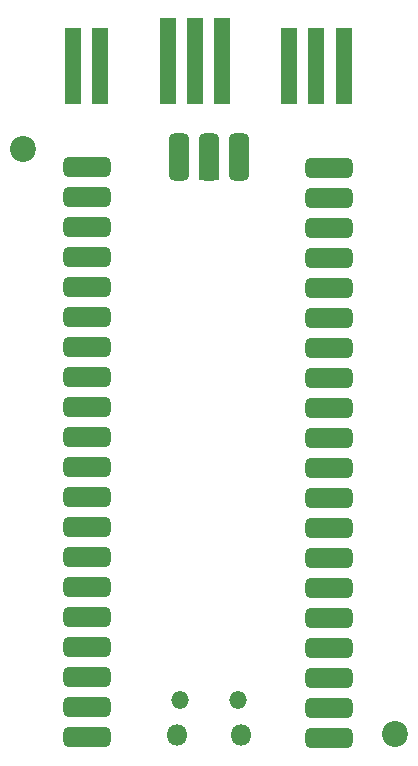
<source format=gbr>
%TF.GenerationSoftware,KiCad,Pcbnew,(6.0.5)*%
%TF.CreationDate,2023-02-05T19:42:52+01:00*%
%TF.ProjectId,PicoMemcard-pico,5069636f-4d65-46d6-9361-72642d706963,1.1.2*%
%TF.SameCoordinates,Original*%
%TF.FileFunction,Soldermask,Top*%
%TF.FilePolarity,Negative*%
%FSLAX46Y46*%
G04 Gerber Fmt 4.6, Leading zero omitted, Abs format (unit mm)*
G04 Created by KiCad (PCBNEW (6.0.5)) date 2023-02-05 19:42:52*
%MOMM*%
%LPD*%
G01*
G04 APERTURE LIST*
G04 Aperture macros list*
%AMRoundRect*
0 Rectangle with rounded corners*
0 $1 Rounding radius*
0 $2 $3 $4 $5 $6 $7 $8 $9 X,Y pos of 4 corners*
0 Add a 4 corners polygon primitive as box body*
4,1,4,$2,$3,$4,$5,$6,$7,$8,$9,$2,$3,0*
0 Add four circle primitives for the rounded corners*
1,1,$1+$1,$2,$3*
1,1,$1+$1,$4,$5*
1,1,$1+$1,$6,$7*
1,1,$1+$1,$8,$9*
0 Add four rect primitives between the rounded corners*
20,1,$1+$1,$2,$3,$4,$5,0*
20,1,$1+$1,$4,$5,$6,$7,0*
20,1,$1+$1,$6,$7,$8,$9,0*
20,1,$1+$1,$8,$9,$2,$3,0*%
G04 Aperture macros list end*
%ADD10C,2.200000*%
%ADD11O,1.500000X1.500000*%
%ADD12O,1.800000X1.800000*%
%ADD13RoundRect,0.425000X1.575000X0.425000X-1.575000X0.425000X-1.575000X-0.425000X1.575000X-0.425000X0*%
%ADD14O,1.700000X1.700000*%
%ADD15RoundRect,0.425000X-0.425000X1.575000X-0.425000X-1.575000X0.425000X-1.575000X0.425000X1.575000X0*%
%ADD16R,1.700000X1.700000*%
%ADD17R,1.400000X6.500000*%
%ADD18R,1.400000X7.300000*%
G04 APERTURE END LIST*
D10*
%TO.C,M2*%
X133350000Y-75438000D03*
%TD*%
%TO.C,M2*%
X164846000Y-124968000D03*
%TD*%
D11*
%TO.C,U1*%
X146673000Y-122062000D03*
D12*
X151823000Y-125092000D03*
D11*
X151523000Y-122062000D03*
D12*
X146373000Y-125092000D03*
D13*
X159298000Y-125292000D03*
X159298000Y-122752000D03*
X159298000Y-120212000D03*
X159298000Y-117672000D03*
X159298000Y-115132000D03*
X159298000Y-112592000D03*
X159298000Y-110052000D03*
X159298000Y-107512000D03*
X159298000Y-104972000D03*
X159298000Y-102432000D03*
X159298000Y-99892000D03*
X159298000Y-97352000D03*
X159298000Y-94812000D03*
X159298000Y-92272000D03*
X159298000Y-89732000D03*
X159298000Y-87192000D03*
X159298000Y-84652000D03*
X159298000Y-82112000D03*
X159298000Y-79572000D03*
X159298000Y-77032000D03*
X138798000Y-77012000D03*
X138798000Y-79552000D03*
X138798000Y-82092000D03*
X138798000Y-84632000D03*
X138798000Y-87172000D03*
X138798000Y-89712000D03*
X138798000Y-92252000D03*
X138798000Y-94792000D03*
X138798000Y-97332000D03*
X138798000Y-99872000D03*
X138798000Y-102412000D03*
X138798000Y-104952000D03*
X138798000Y-107492000D03*
X138798000Y-110032000D03*
X138798000Y-112572000D03*
X138798000Y-115112000D03*
X138798000Y-117652000D03*
X138798000Y-120192000D03*
X138798000Y-122732000D03*
X138798000Y-125272000D03*
D14*
X151638000Y-77192000D03*
D15*
X151638000Y-76092000D03*
D16*
X149098000Y-77192000D03*
D15*
X149098000Y-76092000D03*
D14*
X146558000Y-77192000D03*
D15*
X146558000Y-76092000D03*
%TD*%
D17*
%TO.C,J1*%
X137600000Y-68400000D03*
X139900000Y-68400000D03*
D18*
X145600000Y-68000000D03*
X147900000Y-68000000D03*
X150200000Y-68000000D03*
D17*
X155900000Y-68400000D03*
X158200000Y-68400000D03*
X160500000Y-68400000D03*
%TD*%
M02*

</source>
